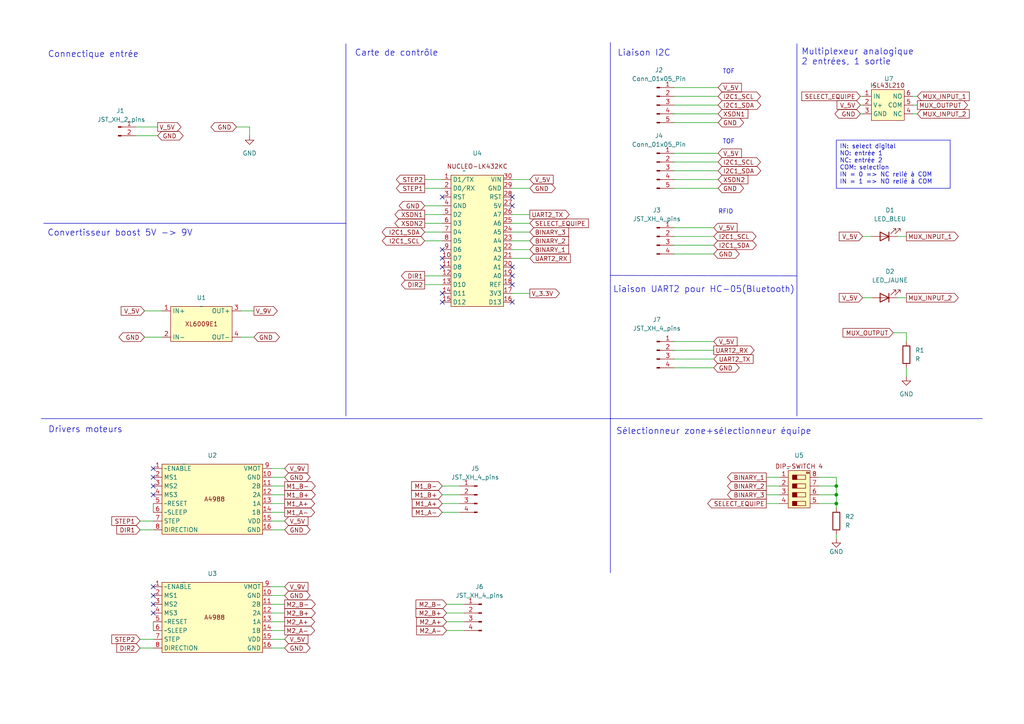
<source format=kicad_sch>
(kicad_sch (version 20230121) (generator eeschema)
  (paper "A4")
  (title_block (title "Carte générale pour PAMI") (date "2024-03-16") (rev "Cyril Eliott") (company "AREM"))
  (lib_symbols
    (symbol "Connector:Conn_01x02_Pin" (pin_names (offset 1.016) hide)
      (property "Reference" "J" (at 0 2.54 0))
      (property "Value" "Conn_01x02_Pin" (at 0 -5.08 0))
      (symbol "Conn_01x02_Pin_1_1"
        (polyline (pts (xy 1.27 -2.54) (xy 0.8636 -2.54)) (stroke (width 0.1524)))
        (polyline (pts (xy 1.27 0) (xy 0.8636 0)) (stroke (width 0.1524)))
        (rectangle (start 0.8636 -2.413) (end 0 -2.667) (stroke (width 0.1524)) (fill (type outline)))
        (rectangle (start 0.8636 0.127) (end 0 -0.127) (stroke (width 0.1524)) (fill (type outline)))
        (pin passive line (at 5.08 0 180) (length 3.81) (name "Pin_1") (number "1"))
        (pin passive line (at 5.08 -2.54 180) (length 3.81) (name "Pin_2") (number "2"))
      )
    )
    (symbol "Connector:Conn_01x04_Pin" (pin_names (offset 1.016) hide)
      (property "Reference" "J" (at 0 5.08 0))
      (property "Value" "Conn_01x04_Pin" (at 0 -7.62 0))
      (symbol "Conn_01x04_Pin_1_1"
        (polyline (pts (xy 1.27 -5.08) (xy 0.8636 -5.08)) (stroke (width 0.1524)))
        (polyline (pts (xy 1.27 -2.54) (xy 0.8636 -2.54)) (stroke (width 0.1524)))
        (polyline (pts (xy 1.27 0) (xy 0.8636 0)) (stroke (width 0.1524)))
        (polyline (pts (xy 1.27 2.54) (xy 0.8636 2.54)) (stroke (width 0.1524)))
        (rectangle (start 0.8636 -4.953) (end 0 -5.207) (stroke (width 0.1524)) (fill (type outline)))
        (rectangle (start 0.8636 -2.413) (end 0 -2.667) (stroke (width 0.1524)) (fill (type outline)))
        (rectangle (start 0.8636 0.127) (end 0 -0.127) (stroke (width 0.1524)) (fill (type outline)))
        (rectangle (start 0.8636 2.667) (end 0 2.413) (stroke (width 0.1524)) (fill (type outline)))
        (pin passive line (at 5.08 2.54 180) (length 3.81) (name "Pin_1") (number "1"))
        (pin passive line (at 5.08 0 180) (length 3.81) (name "Pin_2") (number "2"))
        (pin passive line (at 5.08 -2.54 180) (length 3.81) (name "Pin_3") (number "3"))
        (pin passive line (at 5.08 -5.08 180) (length 3.81) (name "Pin_4") (number "4"))
      )
    )
    (symbol "Connector:Conn_01x05_Pin" (pin_names (offset 1.016) hide)
      (property "Reference" "J" (at 0 7.62 0))
      (property "Value" "Conn_01x05_Pin" (at 0 -7.62 0))
      (symbol "Conn_01x05_Pin_1_1"
        (polyline (pts (xy 1.27 -5.08) (xy 0.8636 -5.08)) (stroke (width 0.1524)))
        (polyline (pts (xy 1.27 -2.54) (xy 0.8636 -2.54)) (stroke (width 0.1524)))
        (polyline (pts (xy 1.27 0) (xy 0.8636 0)) (stroke (width 0.1524)))
        (polyline (pts (xy 1.27 2.54) (xy 0.8636 2.54)) (stroke (width 0.1524)))
        (polyline (pts (xy 1.27 5.08) (xy 0.8636 5.08)) (stroke (width 0.1524)))
        (rectangle (start 0.8636 -4.953) (end 0 -5.207) (stroke (width 0.1524)) (fill (type outline)))
        (rectangle (start 0.8636 -2.413) (end 0 -2.667) (stroke (width 0.1524)) (fill (type outline)))
        (rectangle (start 0.8636 0.127) (end 0 -0.127) (stroke (width 0.1524)) (fill (type outline)))
        (rectangle (start 0.8636 2.667) (end 0 2.413) (stroke (width 0.1524)) (fill (type outline)))
        (rectangle (start 0.8636 5.207) (end 0 4.953) (stroke (width 0.1524)) (fill (type outline)))
        (pin passive line (at 5.08 5.08 180) (length 3.81) (name "Pin_1") (number "1"))
        (pin passive line (at 5.08 2.54 180) (length 3.81) (name "Pin_2") (number "2"))
        (pin passive line (at 5.08 0 180) (length 3.81) (name "Pin_3") (number "3"))
        (pin passive line (at 5.08 -2.54 180) (length 3.81) (name "Pin_4") (number "4"))
        (pin passive line (at 5.08 -5.08 180) (length 3.81) (name "Pin_5") (number "5"))
      )
    )
    (symbol "Device:LED" (pin_numbers hide) (pin_names (offset 1.016) hide)
      (property "Reference" "D" (at 0 2.54 0))
      (property "Value" "LED" (at 0 -2.54 0))
      (symbol "LED_0_1"
        (polyline (pts (xy -1.27 -1.27) (xy -1.27 1.27)) (stroke (width 0.254)))
        (polyline (pts (xy -1.27 0) (xy 1.27 0)))
        (polyline (pts (xy 1.27 -1.27) (xy 1.27 1.27) (xy -1.27 0) (xy 1.27 -1.27)) (stroke (width 0.254)))
        (polyline (pts (xy -3.048 -0.762) (xy -4.572 -2.286) (xy -3.81 -2.286) (xy -4.572 -2.286) (xy -4.572 -1.524)))
        (polyline (pts (xy -1.778 -0.762) (xy -3.302 -2.286) (xy -2.54 -2.286) (xy -3.302 -2.286) (xy -3.302 -1.524)))
      )
      (symbol "LED_1_1"
        (pin passive line (at -3.81 0 0) (length 2.54) (name "K") (number "1"))
        (pin passive line (at 3.81 0 180) (length 2.54) (name "A") (number "2"))
      )
    )
    (symbol "Device:R" (pin_numbers hide) (pin_names (offset 0))
      (property "Reference" "R" (at 2.032 0 90))
      (property "Value" "R" (at 0 0 90))
      (symbol "R_0_1"
        (rectangle (start -1.016 -2.54) (end 1.016 2.54) (stroke (width 0.254)))
      )
      (symbol "R_1_1"
        (pin passive line (at 0 3.81 270) (length 1.27) (name "~") (number "1"))
        (pin passive line (at 0 -3.81 90) (length 1.27) (name "~") (number "2"))
      )
    )
    (symbol "lib:A4988"
      (property "Reference" "U" (at 0 22.86 0))
      (symbol "A4988_1_1"
        (rectangle (start -15.24 20.32) (end 13.97 0) (fill (type background)))
        (text "A4988" (at 0 10.16 0) (effects (font (size 1.27 1.27))))
        (pin unspecified line (at -17.78 19.05 0) (length 2.54) (name "~ENABLE") (number "1"))
        (pin unspecified line (at 16.51 16.51 180) (length 2.54) (name "GND") (number "10"))
        (pin unspecified line (at 16.51 13.97 180) (length 2.54) (name "2B") (number "11"))
        (pin unspecified line (at 16.51 11.43 180) (length 2.54) (name "2A") (number "12"))
        (pin unspecified line (at 16.51 8.89 180) (length 2.54) (name "1A") (number "13"))
        (pin unspecified line (at 16.51 6.35 180) (length 2.54) (name "1B") (number "14"))
        (pin unspecified line (at 16.51 3.81 180) (length 2.54) (name "VDD") (number "15"))
        (pin unspecified line (at 16.51 1.27 180) (length 2.54) (name "GND") (number "16"))
        (pin unspecified line (at -17.78 16.51 0) (length 2.54) (name "MS1") (number "2"))
        (pin unspecified line (at -17.78 13.97 0) (length 2.54) (name "MS2") (number "3"))
        (pin unspecified line (at -17.78 11.43 0) (length 2.54) (name "MS3") (number "4"))
        (pin unspecified line (at -17.78 8.89 0) (length 2.54) (name "~RESET") (number "5"))
        (pin unspecified line (at -17.78 6.35 0) (length 2.54) (name "~SLEEP") (number "6"))
        (pin unspecified line (at -17.78 3.81 0) (length 2.54) (name "STEP") (number "7"))
        (pin unspecified line (at -17.78 1.27 0) (length 2.54) (name "DIRECTION") (number "8"))
        (pin unspecified line (at 16.51 19.05 180) (length 2.54) (name "VMOT") (number "9"))
      )
    )
    (symbol "lib:DIP_SWITCH_4"
      (property "Reference" "U" (at 0 13.97 0))
      (symbol "DIP_SWITCH_4_1_1"
        (rectangle (start -3.175 10.795) (end 3.175 0) (fill (type background)))
        (rectangle (start -1.905 1.905) (end -0.635 0.635) (fill (type outline)))
        (rectangle (start -1.905 1.905) (end 1.905 0.635))
        (rectangle (start -1.905 4.445) (end -0.635 3.175) (fill (type outline)))
        (rectangle (start -1.905 4.445) (end 1.905 3.175))
        (rectangle (start -1.905 6.985) (end -0.635 5.715) (fill (type outline)))
        (rectangle (start -1.905 6.985) (end 1.905 5.715))
        (rectangle (start -1.905 9.525) (end -0.635 8.255) (fill (type outline)))
        (rectangle (start -1.905 9.525) (end 1.905 8.255))
        (text "DIP-SWITCH 4" (at 0 12.065 0) (effects (font (size 1.27 1.27))))
        (text "ON" (at 2.54 10.16 0) (effects (font (size 0.5 0.5))))
        (pin unspecified line (at -5.715 8.89 0) (length 2.54) (name "") (number "1"))
        (pin unspecified line (at -5.715 6.35 0) (length 2.54) (name "") (number "2"))
        (pin unspecified line (at -5.715 3.81 0) (length 2.54) (name "") (number "3"))
        (pin unspecified line (at -5.715 1.27 0) (length 2.54) (name "") (number "4"))
        (pin unspecified line (at 5.715 1.27 180) (length 2.54) (name "") (number "5"))
        (pin unspecified line (at 5.715 3.81 180) (length 2.54) (name "") (number "6"))
        (pin unspecified line (at 5.715 6.35 180) (length 2.54) (name "") (number "7"))
        (pin unspecified line (at 5.715 8.89 180) (length 2.54) (name "") (number "8"))
      )
    )
    (symbol "lib:ISL43L210"
      (property "Reference" "U" (at -0.635 12.7 0))
      (symbol "ISL43L210_1_1"
        (rectangle (start -5.08 9.525) (end 4.445 0.635) (fill (type background)))
        (text "ISL43L210" (at -0.381 10.795 0) (effects (font (size 1.27 1.27))))
        (pin unspecified line (at -7.62 7.62 0) (length 2.54) (name "IN") (number "1"))
        (pin unspecified line (at -7.62 5.08 0) (length 2.54) (name "V+") (number "2"))
        (pin unspecified line (at -7.62 2.54 0) (length 2.54) (name "GND") (number "3"))
        (pin unspecified line (at 6.985 2.54 180) (length 2.54) (name "NC") (number "4"))
        (pin unspecified line (at 6.985 5.08 180) (length 2.54) (name "COM") (number "5"))
        (pin unspecified line (at 6.985 7.62 180) (length 2.54) (name "NO") (number "6"))
      )
    )
    (symbol "lib:NUCLEO-LK32KC"
      (property "Reference" "U" (at 0 43.18 0))
      (symbol "NUCLEO-LK32KC_1_1"
        (rectangle (start -7.62 38.1) (end 7.62 0) (fill (type background)))
        (text "NUCLEO-LK432KC" (at 0 40.64 0) (effects (font (size 1.27 1.27))))
        (pin unspecified line (at -10.16 36.83 0) (length 2.54) (name "D1/TX") (number "1"))
        (pin unspecified line (at -10.16 13.97 0) (length 2.54) (name "D7") (number "10"))
        (pin unspecified line (at -10.16 11.43 0) (length 2.54) (name "D8") (number "11"))
        (pin unspecified line (at -10.16 8.89 0) (length 2.54) (name "D9") (number "12"))
        (pin unspecified line (at -10.16 6.35 0) (length 2.54) (name "D10") (number "13"))
        (pin unspecified line (at -10.16 3.81 0) (length 2.54) (name "D11") (number "14"))
        (pin unspecified line (at -10.16 1.27 0) (length 2.54) (name "D12") (number "15"))
        (pin unspecified line (at 10.16 1.27 180) (length 2.54) (name "D13") (number "16"))
        (pin unspecified line (at 10.16 3.81 180) (length 2.54) (name "3V3") (number "17"))
        (pin unspecified line (at 10.16 6.35 180) (length 2.54) (name "REF") (number "18"))
        (pin unspecified line (at 10.16 8.89 180) (length 2.54) (name "A0") (number "19"))
        (pin unspecified line (at -10.16 34.29 0) (length 2.54) (name "D0/RX") (number "2"))
        (pin unspecified line (at 10.16 11.43 180) (length 2.54) (name "A1") (number "20"))
        (pin unspecified line (at 10.16 13.97 180) (length 2.54) (name "A2") (number "21"))
        (pin unspecified line (at 10.16 16.51 180) (length 2.54) (name "A3") (number "22"))
        (pin unspecified line (at 10.16 19.05 180) (length 2.54) (name "A4") (number "23"))
        (pin unspecified line (at 10.16 21.59 180) (length 2.54) (name "A5") (number "24"))
        (pin unspecified line (at 10.16 24.13 180) (length 2.54) (name "A6") (number "25"))
        (pin unspecified line (at 10.16 26.67 180) (length 2.54) (name "A7") (number "26"))
        (pin unspecified line (at 10.16 29.21 180) (length 2.54) (name "5V") (number "27"))
        (pin unspecified line (at 10.16 31.75 180) (length 2.54) (name "RST") (number "28"))
        (pin unspecified line (at 10.16 34.29 180) (length 2.54) (name "GND") (number "29"))
        (pin unspecified line (at -10.16 31.75 0) (length 2.54) (name "RST") (number "3"))
        (pin unspecified line (at 10.16 36.83 180) (length 2.54) (name "VIN") (number "30"))
        (pin unspecified line (at -10.16 29.21 0) (length 2.54) (name "GND") (number "4"))
        (pin unspecified line (at -10.16 26.67 0) (length 2.54) (name "D2") (number "5"))
        (pin unspecified line (at -10.16 24.13 0) (length 2.54) (name "D3") (number "6"))
        (pin unspecified line (at -10.16 21.59 0) (length 2.54) (name "D4") (number "7"))
        (pin unspecified line (at -10.16 19.05 0) (length 2.54) (name "D5") (number "8"))
        (pin unspecified line (at -10.16 16.51 0) (length 2.54) (name "D6") (number "9"))
      )
    )
    (symbol "lib:XL6009E1"
      (property "Reference" "U" (at 0 11.43 0))
      (symbol "XL6009E1_1_1"
        (rectangle (start -8.89 10.16) (end 8.89 0) (fill (type background)))
        (text "XL6009E1" (at 0 5.08 0) (effects (font (size 1.27 1.27))))
        (pin input line (at -11.43 8.89 0) (length 2.54) (name "IN+") (number "1"))
        (pin input line (at -11.43 1.27 0) (length 2.54) (name "IN-") (number "2"))
        (pin output line (at 11.43 8.89 180) (length 2.54) (name "OUT+") (number "3"))
        (pin output line (at 11.43 1.27 180) (length 2.54) (name "OUT-") (number "4"))
      )
    )
    (symbol "power:GND" (power) (pin_names (offset 0))
      (property "Value" "GND" (at 0 -3.81 0))
      (symbol "GND_0_1"
        (polyline (pts (xy 0 0) (xy 0 -1.27) (xy 1.27 -1.27) (xy 0 -2.54) (xy -1.27 -1.27) (xy 0 -1.27)))
      )
      (symbol "GND_1_1"
        (pin power_in line (at 0 0 270) (length 0) hide (name "GND") (number "1"))
      )
    )
  )
  (junction (at 242.57 140.97))
  (junction (at 242.57 143.51))
  (junction (at 242.57 146.05))
  (no_connect (at 148.59 57.15))
  (no_connect (at 128.27 77.47))
  (no_connect (at 128.27 74.93))
  (no_connect (at 148.59 59.69))
  (no_connect (at 128.27 87.63))
  (no_connect (at 148.59 77.47))
  (no_connect (at 148.59 80.01))
  (no_connect (at 44.45 138.43))
  (no_connect (at 128.27 57.15))
  (no_connect (at 44.45 143.51))
  (no_connect (at 44.45 170.18))
  (no_connect (at 148.59 82.55))
  (no_connect (at 128.27 72.39))
  (no_connect (at 44.45 135.89))
  (no_connect (at 44.45 172.72))
  (no_connect (at 44.45 175.26))
  (no_connect (at 128.27 85.09))
  (no_connect (at 44.45 140.97))
  (no_connect (at 148.59 87.63))
  (no_connect (at 44.45 177.8))
  (wire (pts (xy 195.58 49.53) (xy 208.28 49.53)))
  (wire (pts (xy 148.59 52.07) (xy 153.67 52.07)))
  (wire (pts (xy 69.85 90.17) (xy 73.66 90.17)))
  (polyline (pts (xy 100.33 12.7) (xy 100.33 64.77)))
  (wire (pts (xy 44.45 146.05) (xy 44.45 148.59)))
  (wire (pts (xy 148.59 62.23) (xy 153.67 62.23)))
  (wire (pts (xy 195.58 46.99) (xy 208.28 46.99)))
  (wire (pts (xy 148.59 74.93) (xy 153.67 74.93)))
  (wire (pts (xy 39.37 36.83) (xy 45.72 36.83)))
  (wire (pts (xy 123.19 52.07) (xy 128.27 52.07)))
  (wire (pts (xy 128.27 143.51) (xy 133.35 143.51)))
  (wire (pts (xy 264.795 27.94) (xy 266.065 27.94)))
  (wire (pts (xy 148.59 64.77) (xy 153.67 64.77)))
  (polyline (pts (xy 100.33 64.77) (xy 100.33 120.65)))
  (polyline (pts (xy 231.14 12.7) (xy 231.14 120.65)))
  (wire (pts (xy 249.555 27.94) (xy 250.19 27.94)))
  (wire (pts (xy 260.35 86.36) (xy 262.89 86.36)))
  (wire (pts (xy 78.74 175.26) (xy 82.55 175.26)))
  (wire (pts (xy 129.54 177.8) (xy 134.62 177.8)))
  (polyline (pts (xy 12.7 64.77) (xy 100.33 64.77)))
  (wire (pts (xy 237.49 143.51) (xy 242.57 143.51)))
  (wire (pts (xy 148.59 72.39) (xy 153.67 72.39)))
  (wire (pts (xy 242.57 154.94) (xy 242.57 156.21)))
  (wire (pts (xy 78.74 146.05) (xy 82.55 146.05)))
  (wire (pts (xy 264.795 30.48) (xy 266.065 30.48)))
  (wire (pts (xy 249.555 33.02) (xy 250.19 33.02)))
  (wire (pts (xy 148.59 67.31) (xy 153.67 67.31)))
  (wire (pts (xy 78.74 135.89) (xy 82.55 135.89)))
  (wire (pts (xy 78.74 180.34) (xy 82.55 180.34)))
  (wire (pts (xy 148.59 85.09) (xy 153.67 85.09)))
  (wire (pts (xy 123.19 64.77) (xy 128.27 64.77)))
  (wire (pts (xy 68.58 36.83) (xy 72.39 36.83)))
  (wire (pts (xy 78.74 143.51) (xy 82.55 143.51)))
  (wire (pts (xy 195.58 27.94) (xy 208.28 27.94)))
  (wire (pts (xy 40.64 187.96) (xy 44.45 187.96)))
  (wire (pts (xy 195.58 54.61) (xy 208.28 54.61)))
  (wire (pts (xy 123.19 59.69) (xy 128.27 59.69)))
  (wire (pts (xy 249.555 30.48) (xy 250.19 30.48)))
  (wire (pts (xy 78.74 138.43) (xy 82.55 138.43)))
  (wire (pts (xy 128.27 148.59) (xy 133.35 148.59)))
  (wire (pts (xy 237.49 138.43) (xy 242.57 138.43)))
  (wire (pts (xy 123.19 69.85) (xy 128.27 69.85)))
  (wire (pts (xy 78.74 177.8) (xy 82.55 177.8)))
  (wire (pts (xy 262.89 106.68) (xy 262.89 109.22)))
  (polyline (pts (xy 177.038 166.116) (xy 177.038 121.412)))
  (wire (pts (xy 40.64 151.13) (xy 44.45 151.13)))
  (wire (pts (xy 242.57 138.43) (xy 242.57 140.97)))
  (wire (pts (xy 195.58 52.07) (xy 208.28 52.07)))
  (wire (pts (xy 39.37 39.37) (xy 45.72 39.37)))
  (wire (pts (xy 78.74 151.13) (xy 82.55 151.13)))
  (wire (pts (xy 195.58 71.12) (xy 207.01 71.12)))
  (wire (pts (xy 195.58 68.58) (xy 207.01 68.58)))
  (wire (pts (xy 222.25 146.05) (xy 226.06 146.05)))
  (wire (pts (xy 195.58 33.02) (xy 208.28 33.02)))
  (wire (pts (xy 78.74 182.88) (xy 82.55 182.88)))
  (wire (pts (xy 195.58 66.04) (xy 207.01 66.04)))
  (wire (pts (xy 237.49 146.05) (xy 242.57 146.05)))
  (wire (pts (xy 195.58 73.66) (xy 207.01 73.66)))
  (wire (pts (xy 41.91 90.17) (xy 46.99 90.17)))
  (wire (pts (xy 41.91 97.79) (xy 46.99 97.79)))
  (wire (pts (xy 195.58 99.06) (xy 207.01 99.06)))
  (polyline (pts (xy 177.038 12.319) (xy 177.038 121.412)))
  (wire (pts (xy 78.74 153.67) (xy 82.55 153.67)))
  (wire (pts (xy 78.74 140.97) (xy 82.55 140.97)))
  (wire (pts (xy 129.54 180.34) (xy 134.62 180.34)))
  (wire (pts (xy 195.58 106.68) (xy 207.01 106.68)))
  (wire (pts (xy 264.795 33.02) (xy 266.065 33.02)))
  (wire (pts (xy 78.74 148.59) (xy 82.55 148.59)))
  (wire (pts (xy 242.57 143.51) (xy 242.57 146.05)))
  (wire (pts (xy 237.49 140.97) (xy 242.57 140.97)))
  (wire (pts (xy 242.57 147.32) (xy 242.57 146.05)))
  (wire (pts (xy 78.74 187.96) (xy 82.55 187.96)))
  (wire (pts (xy 40.64 185.42) (xy 44.45 185.42)))
  (wire (pts (xy 242.57 140.97) (xy 242.57 143.51)))
  (wire (pts (xy 78.74 170.18) (xy 82.55 170.18)))
  (wire (pts (xy 123.19 62.23) (xy 128.27 62.23)))
  (polyline (pts (xy 11.938 121.412) (xy 177.038 121.412)))
  (wire (pts (xy 123.19 80.01) (xy 128.27 80.01)))
  (wire (pts (xy 262.89 96.52) (xy 259.08 96.52)))
  (wire (pts (xy 123.19 67.31) (xy 128.27 67.31)))
  (wire (pts (xy 123.19 82.55) (xy 128.27 82.55)))
  (wire (pts (xy 260.35 68.58) (xy 262.89 68.58)))
  (wire (pts (xy 40.64 153.67) (xy 44.45 153.67)))
  (wire (pts (xy 78.74 185.42) (xy 82.55 185.42)))
  (wire (pts (xy 222.25 143.51) (xy 226.06 143.51)))
  (wire (pts (xy 148.59 69.85) (xy 153.67 69.85)))
  (wire (pts (xy 195.58 104.14) (xy 207.01 104.14)))
  (wire (pts (xy 69.85 97.79) (xy 73.66 97.79)))
  (wire (pts (xy 78.74 172.72) (xy 82.55 172.72)))
  (wire (pts (xy 148.59 54.61) (xy 153.67 54.61)))
  (wire (pts (xy 128.27 146.05) (xy 133.35 146.05)))
  (wire (pts (xy 44.45 180.34) (xy 44.45 182.88)))
  (wire (pts (xy 262.89 99.06) (xy 262.89 96.52)))
  (wire (pts (xy 129.54 182.88) (xy 134.62 182.88)))
  (wire (pts (xy 222.25 138.43) (xy 226.06 138.43)))
  (wire (pts (xy 128.27 140.97) (xy 133.35 140.97)))
  (wire (pts (xy 195.58 101.6) (xy 207.01 101.6)))
  (wire (pts (xy 195.58 25.4) (xy 208.28 25.4)))
  (wire (pts (xy 129.54 175.26) (xy 134.62 175.26)))
  (wire (pts (xy 250.19 68.58) (xy 252.73 68.58)))
  (wire (pts (xy 195.58 35.56) (xy 208.28 35.56)))
  (wire (pts (xy 123.19 54.61) (xy 128.27 54.61)))
  (wire (pts (xy 250.19 86.36) (xy 252.73 86.36)))
  (wire (pts (xy 195.58 44.45) (xy 208.28 44.45)))
  (wire (pts (xy 72.39 39.37) (xy 72.39 36.83)))
  (polyline (pts (xy 177.038 79.883) (xy 231.14 80.01)))
  (wire (pts (xy 195.58 30.48) (xy 208.28 30.48)))
  (polyline (pts (xy 177.038 121.412) (xy 284.988 121.412)))
  (wire (pts (xy 222.25 140.97) (xy 226.06 140.97)))
  (text_box "IN: select digital\nNO: entrée 1\nNC: entrée 2\nCOM: selection\nIN = 0 => NC relié à COM\nIN = 1 => NO relié à COM\n" (at 242.57 40.64 0) (size 33.02 13.97) (effects (font (size 1.27 1.27)) (justify left top)))
  (text "Drivers moteurs" (at 13.97 125.73 0) (effects (font (size 1.8 1.8)) (justify left bottom)))
  (text "TOF" (at 209.55 21.59 0) (effects (font (size 1.27 1.27)) (justify left bottom)))
  (text "Liaison UART2 pour HC-05(Bluetooth)" (at 177.8 85.09 0) (effects (font (size 1.8 1.8)) (justify left bottom)))
  (text "Convertisseur boost 5V -> 9V" (at 13.716 68.707 0) (effects (font (size 1.8 1.8)) (justify left bottom)))
  (text "TOF" (at 209.55 41.91 0) (effects (font (size 1.27 1.27)) (justify left bottom)))
  (text "Carte de contrôle" (at 102.87 16.51 0) (effects (font (size 1.8 1.8)) (justify left bottom)))
  (text "Sélectionneur zone+sélectionneur équipe" (at 178.689 126.238 0) (effects (font (size 1.8 1.8)) (justify left bottom)))
  (text "RFID" (at 208.28 62.23 0) (effects (font (size 1.27 1.27)) (justify left bottom)))
  (text "Multiplexeur analogique \n2 entrées, 1 sortie " (at 232.41 19.05 0) (effects (font (size 1.8 1.8)) (justify left bottom)))
  (text "Liaison I2C" (at 179.07 16.51 0) (effects (font (size 1.8 1.8)) (justify left bottom)))
  (text "Connectique entrée" (at 13.843 16.891 0) (effects (font (size 1.8 1.8)) (justify left bottom)))
  (global_label "BINARY_3" (shape output) (at 222.25 143.51 180) (property "Intersheetrefs" "${INTERSHEET_REFS}" (effects hide)))
  (global_label "M1_A+" (shape input) (at 128.27 146.05 180) (property "Intersheetrefs" "${INTERSHEET_REFS}" (effects hide)))
  (global_label "GND" (shape bidirectional) (at 82.55 138.43 0) (property "Intersheetrefs" "${INTERSHEET_REFS}" (effects hide)))
  (global_label "GND" (shape bidirectional) (at 153.67 54.61 0) (property "Intersheetrefs" "${INTERSHEET_REFS}" (effects hide)))
  (global_label "BINARY_3" (shape input) (at 153.67 67.31 0) (property "Intersheetrefs" "${INTERSHEET_REFS}" (effects hide)))
  (global_label "V_5V" (shape output) (at 45.72 36.83 0) (property "Intersheetrefs" "${INTERSHEET_REFS}" (effects hide)))
  (global_label "GND" (shape bidirectional) (at 45.72 39.37 0) (property "Intersheetrefs" "${INTERSHEET_REFS}" (effects hide)))
  (global_label "GND" (shape bidirectional) (at 207.01 73.66 0) (property "Intersheetrefs" "${INTERSHEET_REFS}" (effects hide)))
  (global_label "I2C1_SCL" (shape bidirectional) (at 123.19 69.85 180) (property "Intersheetrefs" "${INTERSHEET_REFS}" (effects hide)))
  (global_label "M1_B+" (shape input) (at 128.27 143.51 180) (property "Intersheetrefs" "${INTERSHEET_REFS}" (effects hide)))
  (global_label "STEP1" (shape output) (at 123.19 54.61 180) (property "Intersheetrefs" "${INTERSHEET_REFS}" (effects hide)))
  (global_label "M2_A-" (shape output) (at 82.55 182.88 0) (property "Intersheetrefs" "${INTERSHEET_REFS}" (effects hide)))
  (global_label "UART2_RX" (shape output) (at 207.01 101.6 0) (property "Intersheetrefs" "${INTERSHEET_REFS}" (effects hide)))
  (global_label "V_5V" (shape input) (at 208.28 25.4 0) (property "Intersheetrefs" "${INTERSHEET_REFS}" (effects hide)))
  (global_label "MUX_OUTPUT" (shape input) (at 259.08 96.52 180) (property "Intersheetrefs" "${INTERSHEET_REFS}" (effects hide)))
  (global_label "M2_B+" (shape output) (at 82.55 177.8 0) (property "Intersheetrefs" "${INTERSHEET_REFS}" (effects hide)))
  (global_label "V_5V" (shape input) (at 41.91 90.17 180) (property "Intersheetrefs" "${INTERSHEET_REFS}" (effects hide)))
  (global_label "I2C1_SDA" (shape bidirectional) (at 207.01 71.12 0) (property "Intersheetrefs" "${INTERSHEET_REFS}" (effects hide)))
  (global_label "M1_A+" (shape output) (at 82.55 146.05 0) (property "Intersheetrefs" "${INTERSHEET_REFS}" (effects hide)))
  (global_label "BINARY_2" (shape output) (at 222.25 140.97 180) (property "Intersheetrefs" "${INTERSHEET_REFS}" (effects hide)))
  (global_label "M1_A-" (shape input) (at 128.27 148.59 180) (property "Intersheetrefs" "${INTERSHEET_REFS}" (effects hide)))
  (global_label "STEP1" (shape input) (at 40.64 151.13 180) (property "Intersheetrefs" "${INTERSHEET_REFS}" (effects hide)))
  (global_label "XSDN2" (shape input) (at 208.28 52.07 0) (property "Intersheetrefs" "${INTERSHEET_REFS}" (effects hide)))
  (global_label "M2_B-" (shape input) (at 129.54 175.26 180) (property "Intersheetrefs" "${INTERSHEET_REFS}" (effects hide)))
  (global_label "V_5V" (shape input) (at 82.55 185.42 0) (property "Intersheetrefs" "${INTERSHEET_REFS}" (effects hide)))
  (global_label "V_9V" (shape input) (at 82.55 135.89 0) (property "Intersheetrefs" "${INTERSHEET_REFS}" (effects hide)))
  (global_label "M1_B-" (shape input) (at 128.27 140.97 180) (property "Intersheetrefs" "${INTERSHEET_REFS}" (effects hide)))
  (global_label "V_3.3V" (shape output) (at 153.67 85.09 0) (property "Intersheetrefs" "${INTERSHEET_REFS}" (effects hide)))
  (global_label "V_5V" (shape input) (at 82.55 151.13 0) (property "Intersheetrefs" "${INTERSHEET_REFS}" (effects hide)))
  (global_label "XSDN1" (shape input) (at 208.28 33.02 0) (property "Intersheetrefs" "${INTERSHEET_REFS}" (effects hide)))
  (global_label "BINARY_1" (shape input) (at 153.67 72.39 0) (property "Intersheetrefs" "${INTERSHEET_REFS}" (effects hide)))
  (global_label "I2C1_SDA" (shape bidirectional) (at 208.28 30.48 0) (property "Intersheetrefs" "${INTERSHEET_REFS}" (effects hide)))
  (global_label "BINARY_1" (shape output) (at 222.25 138.43 180) (property "Intersheetrefs" "${INTERSHEET_REFS}" (effects hide)))
  (global_label "V_5V" (shape input) (at 207.01 99.06 0) (property "Intersheetrefs" "${INTERSHEET_REFS}" (effects hide)))
  (global_label "M2_B-" (shape output) (at 82.55 175.26 0) (property "Intersheetrefs" "${INTERSHEET_REFS}" (effects hide)))
  (global_label "MUX_INPUT_1" (shape output) (at 262.89 68.58 0) (property "Intersheetrefs" "${INTERSHEET_REFS}" (effects hide)))
  (global_label "GND" (shape bidirectional) (at 123.19 59.69 180) (property "Intersheetrefs" "${INTERSHEET_REFS}" (effects hide)))
  (global_label "GND" (shape bidirectional) (at 41.91 97.79 180) (property "Intersheetrefs" "${INTERSHEET_REFS}" (effects hide)))
  (global_label "V_5V" (shape input) (at 250.19 86.36 180) (property "Intersheetrefs" "${INTERSHEET_REFS}" (effects hide)))
  (global_label "I2C1_SCL" (shape bidirectional) (at 207.01 68.58 0) (property "Intersheetrefs" "${INTERSHEET_REFS}" (effects hide)))
  (global_label "V_5V" (shape input) (at 207.01 66.04 0) (property "Intersheetrefs" "${INTERSHEET_REFS}" (effects hide)))
  (global_label "GND" (shape bidirectional) (at 82.55 153.67 0) (property "Intersheetrefs" "${INTERSHEET_REFS}" (effects hide)))
  (global_label "GND" (shape bidirectional) (at 208.28 54.61 0) (property "Intersheetrefs" "${INTERSHEET_REFS}" (effects hide)))
  (global_label "M2_A+" (shape output) (at 82.55 180.34 0) (property "Intersheetrefs" "${INTERSHEET_REFS}" (effects hide)))
  (global_label "UART2_RX" (shape input) (at 153.67 74.93 0) (property "Intersheetrefs" "${INTERSHEET_REFS}" (effects hide)))
  (global_label "M1_A-" (shape output) (at 82.55 148.59 0) (property "Intersheetrefs" "${INTERSHEET_REFS}" (effects hide)))
  (global_label "STEP2" (shape output) (at 123.19 52.07 180) (property "Intersheetrefs" "${INTERSHEET_REFS}" (effects hide)))
  (global_label "M2_B+" (shape input) (at 129.54 177.8 180) (property "Intersheetrefs" "${INTERSHEET_REFS}" (effects hide)))
  (global_label "I2C1_SCL" (shape bidirectional) (at 208.28 46.99 0) (property "Intersheetrefs" "${INTERSHEET_REFS}" (effects hide)))
  (global_label "GND" (shape bidirectional) (at 73.66 97.79 0) (property "Intersheetrefs" "${INTERSHEET_REFS}" (effects hide)))
  (global_label "GND" (shape bidirectional) (at 82.55 172.72 0) (property "Intersheetrefs" "${INTERSHEET_REFS}" (effects hide)))
  (global_label "MUX_INPUT_2" (shape output) (at 262.89 86.36 0) (property "Intersheetrefs" "${INTERSHEET_REFS}" (effects hide)))
  (global_label "UART2_TX" (shape output) (at 153.67 62.23 0) (property "Intersheetrefs" "${INTERSHEET_REFS}" (effects hide)))
  (global_label "DIR1" (shape input) (at 40.64 153.67 180) (property "Intersheetrefs" "${INTERSHEET_REFS}" (effects hide)))
  (global_label "XSDN1" (shape output) (at 123.19 62.23 180) (property "Intersheetrefs" "${INTERSHEET_REFS}" (effects hide)))
  (global_label "V_5V" (shape input) (at 153.67 52.07 0) (property "Intersheetrefs" "${INTERSHEET_REFS}" (effects hide)))
  (global_label "STEP2" (shape input) (at 40.64 185.42 180) (property "Intersheetrefs" "${INTERSHEET_REFS}" (effects hide)))
  (global_label "UART2_TX" (shape input) (at 207.01 104.14 0) (property "Intersheetrefs" "${INTERSHEET_REFS}" (effects hide)))
  (global_label "BINARY_2" (shape input) (at 153.67 69.85 0) (property "Intersheetrefs" "${INTERSHEET_REFS}" (effects hide)))
  (global_label "M2_A-" (shape input) (at 129.54 182.88 180) (property "Intersheetrefs" "${INTERSHEET_REFS}" (effects hide)))
  (global_label "V_9V" (shape input) (at 82.55 170.18 0) (property "Intersheetrefs" "${INTERSHEET_REFS}" (effects hide)))
  (global_label "V_9V" (shape output) (at 73.66 90.17 0) (property "Intersheetrefs" "${INTERSHEET_REFS}" (effects hide)))
  (global_label "V_5V" (shape input) (at 249.555 30.48 180) (property "Intersheetrefs" "${INTERSHEET_REFS}" (effects hide)))
  (global_label "V_5V" (shape input) (at 208.28 44.45 0) (property "Intersheetrefs" "${INTERSHEET_REFS}" (effects hide)))
  (global_label "SELECT_EQUIPE" (shape input) (at 249.555 27.94 180) (property "Intersheetrefs" "${INTERSHEET_REFS}" (effects hide)))
  (global_label "MUX_OUTPUT" (shape output) (at 266.065 30.48 0) (property "Intersheetrefs" "${INTERSHEET_REFS}" (effects hide)))
  (global_label "GND" (shape bidirectional) (at 68.58 36.83 180) (property "Intersheetrefs" "${INTERSHEET_REFS}" (effects hide)))
  (global_label "GND" (shape bidirectional) (at 207.01 106.68 0) (property "Intersheetrefs" "${INTERSHEET_REFS}" (effects hide)))
  (global_label "V_5V" (shape input) (at 250.19 68.58 180) (property "Intersheetrefs" "${INTERSHEET_REFS}" (effects hide)))
  (global_label "MUX_INPUT_1" (shape input) (at 266.065 27.94 0) (property "Intersheetrefs" "${INTERSHEET_REFS}" (effects hide)))
  (global_label "GND" (shape bidirectional) (at 208.28 35.56 0) (property "Intersheetrefs" "${INTERSHEET_REFS}" (effects hide)))
  (global_label "GND" (shape bidirectional) (at 249.555 33.02 180) (property "Intersheetrefs" "${INTERSHEET_REFS}" (effects hide)))
  (global_label "SELECT_EQUIPE" (shape input) (at 153.67 64.77 0) (property "Intersheetrefs" "${INTERSHEET_REFS}" (effects hide)))
  (global_label "DIR2" (shape input) (at 40.64 187.96 180) (property "Intersheetrefs" "${INTERSHEET_REFS}" (effects hide)))
  (global_label "I2C1_SDA" (shape bidirectional) (at 123.19 67.31 180) (property "Intersheetrefs" "${INTERSHEET_REFS}" (effects hide)))
  (global_label "M1_B+" (shape output) (at 82.55 143.51 0) (property "Intersheetrefs" "${INTERSHEET_REFS}" (effects hide)))
  (global_label "M2_A+" (shape input) (at 129.54 180.34 180) (property "Intersheetrefs" "${INTERSHEET_REFS}" (effects hide)))
  (global_label "I2C1_SCL" (shape bidirectional) (at 208.28 27.94 0) (property "Intersheetrefs" "${INTERSHEET_REFS}" (effects hide)))
  (global_label "GND" (shape bidirectional) (at 82.55 187.96 0) (property "Intersheetrefs" "${INTERSHEET_REFS}" (effects hide)))
  (global_label "SELECT_EQUIPE" (shape output) (at 222.25 146.05 180) (property "Intersheetrefs" "${INTERSHEET_REFS}" (effects hide)))
  (global_label "I2C1_SDA" (shape bidirectional) (at 208.28 49.53 0) (property "Intersheetrefs" "${INTERSHEET_REFS}" (effects hide)))
  (global_label "MUX_INPUT_2" (shape input) (at 266.065 33.02 0) (property "Intersheetrefs" "${INTERSHEET_REFS}" (effects hide)))
  (global_label "XSDN2" (shape output) (at 123.19 64.77 180) (property "Intersheetrefs" "${INTERSHEET_REFS}" (effects hide)))
  (global_label "DIR2" (shape output) (at 123.19 82.55 180) (property "Intersheetrefs" "${INTERSHEET_REFS}" (effects hide)))
  (global_label "M1_B-" (shape output) (at 82.55 140.97 0) (property "Intersheetrefs" "${INTERSHEET_REFS}" (effects hide)))
  (global_label "DIR1" (shape output) (at 123.19 80.01 180) (property "Intersheetrefs" "${INTERSHEET_REFS}" (effects hide)))
  (symbol (lib_id "Connector:Conn_01x04_Pin") (at 190.5 101.6 0) (unit 1)
    (property "Reference" "J7" (at 190.5 92.71 0))
    (property "Value" "JST_XH_4_pins" (at 190.5 95.25 0))
    (property "Footprint" "Connector_JST:JST_XH_B4B-XH-A_1x04_P2.50mm_Vertical" (effects hide))
  )
  (symbol (lib_id "power:GND") (at 242.57 156.21 0) (unit 1)
    (property "Reference" "#PWR04" (effects hide))
    (property "Value" "GND" (at 242.57 160.02 0))
  )
  (symbol (lib_id "Device:LED") (at 256.54 86.36 180) (unit 1)
    (property "Reference" "D2" (at 258.1275 78.74 0))
    (property "Value" "LED_JAUNE" (at 258.1275 81.28 0))
    (property "Footprint" "LED_THT:LED_D4.0mm" (effects hide))
  )
  (symbol (lib_id "Connector:Conn_01x05_Pin") (at 190.5 49.53 0) (unit 1)
    (property "Reference" "J4" (at 191.135 39.37 0))
    (property "Value" "Conn_01x05_Pin" (at 191.135 41.91 0))
    (property "Footprint" "Connector_JST:JST_XH_B5B-XH-A_1x05_P2.50mm_Vertical" (effects hide))
  )
  (symbol (lib_id "Connector:Conn_01x04_Pin") (at 138.43 143.51 0) (mirror y) (unit 1)
    (property "Reference" "J5" (at 137.795 135.89 0))
    (property "Value" "JST_XH_4_pins" (at 137.795 138.43 0))
    (property "Footprint" "Connector_JST:JST_XH_B4B-XH-A_1x04_P2.50mm_Vertical" (effects hide))
  )
  (symbol (lib_id "lib:ISL43L210") (at 257.81 35.56 0) (unit 1)
    (property "Reference" "U7" (at 257.81 22.86 0))
    (property "Value" "~" (at 253.365 24.765 0))
    (property "Footprint" "Package_TO_SOT_SMD:SOT-363_SC-70-6" (effects hide))
  )
  (symbol (lib_id "lib:NUCLEO-LK32KC") (at 138.43 88.9 0) (unit 1)
    (property "Reference" "U4" (at 138.43 44.45 0))
    (property "Value" "~" (at 134.62 49.53 0))
    (property "Footprint" "lib:MODULE_NUCLEO-L432KC" (effects hide))
  )
  (symbol (lib_id "Connector:Conn_01x04_Pin") (at 139.7 177.8 0) (mirror y) (unit 1)
    (property "Reference" "J6" (at 139.065 170.18 0))
    (property "Value" "JST_XH_4_pins" (at 139.065 172.72 0))
    (property "Footprint" "Connector_JST:JST_XH_B4B-XH-A_1x04_P2.50mm_Vertical" (effects hide))
  )
  (symbol (lib_id "lib:A4988") (at 62.23 154.94 0) (unit 1)
    (property "Reference" "U2" (at 61.595 132.08 0))
    (property "Value" "~" (at 53.34 134.62 0))
    (property "Footprint" "lib:MODULE_A4988_STEPPER_MOTOR_DRIVER_CARRIER" (effects hide))
  )
  (symbol (lib_id "power:GND") (at 262.89 109.22 0) (unit 1)
    (property "Reference" "#PWR03" (effects hide))
    (property "Value" "GND" (at 262.89 114.3 0))
  )
  (symbol (lib_id "lib:XL6009E1") (at 58.42 99.06 0) (unit 1)
    (property "Reference" "U1" (at 58.42 86.36 0))
    (property "Value" "~" (at 58.42 88.9 0))
    (property "Footprint" "lib:XL6009-E1" (effects hide))
  )
  (symbol (lib_id "Device:R") (at 242.57 151.13 0) (unit 1)
    (property "Reference" "R2" (at 245.11 149.86 0) (effects (justify left)))
    (property "Value" "R" (at 245.11 152.4 0) (effects (justify left)))
    (property "Footprint" "Resistor_SMD:R_0201_0603Metric" (effects hide))
  )
  (symbol (lib_id "Device:LED") (at 256.54 68.58 180) (unit 1)
    (property "Reference" "D1" (at 258.1275 60.96 0))
    (property "Value" "LED_BLEU" (at 258.1275 63.5 0))
    (property "Footprint" "LED_THT:LED_D4.0mm" (effects hide))
  )
  (symbol (lib_id "Connector:Conn_01x04_Pin") (at 190.5 68.58 0) (unit 1)
    (property "Reference" "J3" (at 190.5 60.96 0))
    (property "Value" "JST_XH_4_pins" (at 190.5 63.5 0))
    (property "Footprint" "Connector_JST:JST_XH_B4B-XH-A_1x04_P2.50mm_Vertical" (effects hide))
  )
  (symbol (lib_id "lib:A4988") (at 62.23 189.23 0) (unit 1)
    (property "Reference" "U3" (at 61.595 166.37 0))
    (property "Value" "~" (at 53.34 168.91 0))
    (property "Footprint" "lib:MODULE_A4988_STEPPER_MOTOR_DRIVER_CARRIER" (effects hide))
  )
  (symbol (lib_id "lib:DIP_SWITCH_4") (at 231.775 147.32 0) (unit 1)
    (property "Reference" "U5" (at 231.775 132.08 0))
    (property "Value" "~" (at 228.6 135.89 0))
    (property "Footprint" "lib:EDG104S" (effects hide))
  )
  (symbol (lib_id "power:GND") (at 72.39 39.37 0) (unit 1)
    (property "Reference" "#PWR01" (effects hide))
    (property "Value" "GND" (at 72.39 44.45 0))
  )
  (symbol (lib_id "Device:R") (at 262.89 102.87 0) (unit 1)
    (property "Reference" "R1" (at 265.43 101.6 0) (effects (justify left)))
    (property "Value" "R" (at 265.43 104.14 0) (effects (justify left)))
    (property "Footprint" "Resistor_SMD:R_0201_0603Metric" (effects hide))
  )
  (symbol (lib_id "Connector:Conn_01x05_Pin") (at 190.5 30.48 0) (unit 1)
    (property "Reference" "J2" (at 191.135 20.32 0))
    (property "Value" "Conn_01x05_Pin" (at 191.135 22.86 0))
    (property "Footprint" "Connector_JST:JST_XH_B5B-XH-A_1x05_P2.50mm_Vertical" (effects hide))
  )
  (symbol (lib_id "Connector:Conn_01x02_Pin") (at 34.29 36.83 0) (unit 1)
    (property "Reference" "J1" (at 34.925 32.131 0))
    (property "Value" "JST_XH_2_pins" (at 35.179 34.671 0))
    (property "Footprint" "Connector_JST:JST_XH_B2B-XH-A_1x02_P2.50mm_Vertical" (effects hide))
  )
)
</source>
